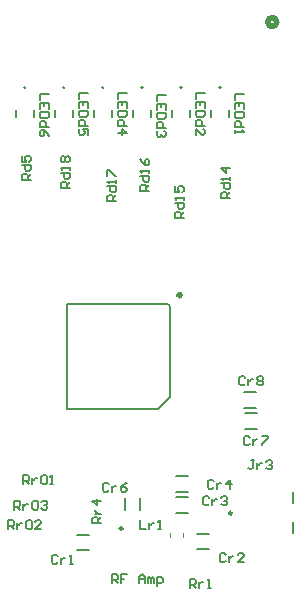
<source format=gto>
G04*
G04 #@! TF.GenerationSoftware,Altium Limited,Altium Designer,24.9.1 (31)*
G04*
G04 Layer_Color=65535*
%FSLAX25Y25*%
%MOIN*%
G70*
G04*
G04 #@! TF.SameCoordinates,E493A569-BD46-4AD9-B400-18CC68C2C09C*
G04*
G04*
G04 #@! TF.FilePolarity,Positive*
G04*
G01*
G75*
%ADD10C,0.00787*%
%ADD11C,0.01000*%
%ADD12C,0.00984*%
%ADD13C,0.02000*%
%ADD14C,0.00600*%
%ADD15C,0.00394*%
%ADD16C,0.00700*%
D10*
X161000Y97000D02*
G03*
X159793Y97500I-1207J-1207D01*
G01*
X126500D02*
X159793D01*
X126500Y62500D02*
Y97500D01*
Y62500D02*
X157000D01*
X161000Y66500D01*
Y97000D01*
X201976Y21130D02*
Y24850D01*
Y31150D02*
Y34870D01*
X146000Y28957D02*
Y32894D01*
X151000Y28957D02*
Y32894D01*
X162902Y33158D02*
X167035D01*
X162881Y27820D02*
X167014D01*
X170031Y20728D02*
X173969D01*
X170031Y15728D02*
X173969D01*
X130032Y20496D02*
X133968D01*
X130032Y15496D02*
X133968D01*
X162933Y40157D02*
X167067D01*
X162912Y34820D02*
X167046D01*
X185486Y68184D02*
X189619D01*
X185465Y62846D02*
X189598D01*
X185954Y61184D02*
X190088D01*
X185933Y55847D02*
X190067D01*
D11*
X164707Y100500D02*
G03*
X164707Y100500I-707J0D01*
G01*
D12*
X181622Y27803D02*
G03*
X181622Y27803I-492J0D01*
G01*
X145142Y22630D02*
G03*
X145142Y22630I-492J0D01*
G01*
D13*
X196500Y191500D02*
G03*
X196500Y191500I-1500J0D01*
G01*
D14*
X112800Y169650D02*
G03*
X112800Y169650I-300J0D01*
G01*
X125800D02*
G03*
X125800Y169650I-300J0D01*
G01*
X138800D02*
G03*
X138800Y169650I-300J0D01*
G01*
X151847D02*
G03*
X151847Y169650I-300J0D01*
G01*
X164847D02*
G03*
X164847Y169650I-300J0D01*
G01*
X177847D02*
G03*
X177847Y169650I-300J0D01*
G01*
X109550Y159861D02*
Y162139D01*
X115450Y159861D02*
Y162139D01*
X122550Y159861D02*
Y162139D01*
X128450Y159861D02*
Y162139D01*
X135550Y159861D02*
Y162139D01*
X141450Y159861D02*
Y162139D01*
X148597Y159861D02*
Y162139D01*
X154497Y159861D02*
Y162139D01*
X161597Y159861D02*
Y162139D01*
X167497Y159861D02*
Y162139D01*
X174597Y159861D02*
Y162139D01*
X180497Y159861D02*
Y162139D01*
D15*
X165205Y19713D02*
Y21287D01*
X160795Y19713D02*
Y21287D01*
D16*
X151001Y25499D02*
Y22501D01*
X153000D01*
X154000Y24500D02*
Y22501D01*
Y23500D01*
X154500Y24000D01*
X155000Y24500D01*
X155500D01*
X156999Y22501D02*
X157999D01*
X157499D01*
Y25499D01*
X156999Y25000D01*
X141503Y4500D02*
Y7499D01*
X143002D01*
X143502Y7000D01*
Y6000D01*
X143002Y5500D01*
X141503D01*
X142502D02*
X143502Y4500D01*
X146501Y7499D02*
X144502D01*
Y6000D01*
X145501D01*
X144502D01*
Y4500D01*
X150500D02*
Y6500D01*
X151499Y7499D01*
X152499Y6500D01*
Y4500D01*
Y6000D01*
X150500D01*
X153499Y4500D02*
Y6500D01*
X153999D01*
X154499Y6000D01*
Y4500D01*
Y6000D01*
X154998Y6500D01*
X155498Y6000D01*
Y4500D01*
X156498Y3501D02*
Y6500D01*
X157997D01*
X158497Y6000D01*
Y5000D01*
X157997Y4500D01*
X156498D01*
X137999Y24501D02*
X135001D01*
Y26001D01*
X135500Y26501D01*
X136500D01*
X137000Y26001D01*
Y24501D01*
Y25501D02*
X137999Y26501D01*
X136000Y27500D02*
X137999D01*
X137000D01*
X136500Y28000D01*
X136000Y28500D01*
Y29000D01*
X137999Y31999D02*
X135001D01*
X136500Y30499D01*
Y32499D01*
X109002Y29000D02*
Y31999D01*
X110501D01*
X111001Y31500D01*
Y30500D01*
X110501Y30000D01*
X109002D01*
X110002D02*
X111001Y29000D01*
X112001Y31000D02*
Y29000D01*
Y30000D01*
X112501Y30500D01*
X113001Y31000D01*
X113500D01*
X115000Y31500D02*
X115500Y31999D01*
X116499D01*
X116999Y31500D01*
Y29500D01*
X116499Y29000D01*
X115500D01*
X115000Y29500D01*
Y31500D01*
X117999D02*
X118499Y31999D01*
X119498D01*
X119998Y31500D01*
Y31000D01*
X119498Y30500D01*
X118999D01*
X119498D01*
X119998Y30000D01*
Y29500D01*
X119498Y29000D01*
X118499D01*
X117999Y29500D01*
X107002Y22501D02*
Y25499D01*
X108501D01*
X109001Y25000D01*
Y24000D01*
X108501Y23500D01*
X107002D01*
X108001D02*
X109001Y22501D01*
X110001Y24500D02*
Y22501D01*
Y23500D01*
X110501Y24000D01*
X111001Y24500D01*
X111500D01*
X113000Y25000D02*
X113500Y25499D01*
X114499D01*
X114999Y25000D01*
Y23000D01*
X114499Y22501D01*
X113500D01*
X113000Y23000D01*
Y25000D01*
X117998Y22501D02*
X115999D01*
X117998Y24500D01*
Y25000D01*
X117498Y25499D01*
X116499D01*
X115999Y25000D01*
X167501Y3001D02*
Y5999D01*
X169001D01*
X169501Y5500D01*
Y4500D01*
X169001Y4000D01*
X167501D01*
X168501D02*
X169501Y3001D01*
X170500Y5000D02*
Y3001D01*
Y4000D01*
X171000Y4500D01*
X171500Y5000D01*
X172000D01*
X173499Y3001D02*
X174499D01*
X173999D01*
Y5999D01*
X173499Y5500D01*
X112002Y37501D02*
Y40499D01*
X113501D01*
X114001Y40000D01*
Y39000D01*
X113501Y38500D01*
X112002D01*
X113001D02*
X114001Y37501D01*
X115001Y39500D02*
Y37501D01*
Y38500D01*
X115500Y39000D01*
X116000Y39500D01*
X116500D01*
X118000Y40000D02*
X118500Y40499D01*
X119499D01*
X119999Y40000D01*
Y38000D01*
X119499Y37501D01*
X118500D01*
X118000Y38000D01*
Y40000D01*
X120999Y37501D02*
X121998D01*
X121499D01*
Y40499D01*
X120999Y40000D01*
X186001Y73000D02*
X185501Y73500D01*
X184501D01*
X184001Y73000D01*
Y71000D01*
X184501Y70500D01*
X185501D01*
X186001Y71000D01*
X187000Y72500D02*
Y70500D01*
Y71500D01*
X187500Y72000D01*
X188000Y72500D01*
X188500D01*
X189999Y73000D02*
X190499Y73500D01*
X191499D01*
X191999Y73000D01*
Y72500D01*
X191499Y72000D01*
X191999Y71500D01*
Y71000D01*
X191499Y70500D01*
X190499D01*
X189999Y71000D01*
Y71500D01*
X190499Y72000D01*
X189999Y72500D01*
Y73000D01*
X190499Y72000D02*
X191499D01*
X187501Y53000D02*
X187001Y53500D01*
X186001D01*
X185501Y53000D01*
Y51000D01*
X186001Y50501D01*
X187001D01*
X187501Y51000D01*
X188500Y52500D02*
Y50501D01*
Y51500D01*
X189000Y52000D01*
X189500Y52500D01*
X190000D01*
X191499Y53500D02*
X193499D01*
Y53000D01*
X191499Y51000D01*
Y50501D01*
X140501Y37500D02*
X140001Y37999D01*
X139001D01*
X138501Y37500D01*
Y35500D01*
X139001Y35001D01*
X140001D01*
X140501Y35500D01*
X141500Y37000D02*
Y35001D01*
Y36000D01*
X142000Y36500D01*
X142500Y37000D01*
X143000D01*
X146499Y37999D02*
X145499Y37500D01*
X144499Y36500D01*
Y35500D01*
X144999Y35001D01*
X145999D01*
X146499Y35500D01*
Y36000D01*
X145999Y36500D01*
X144499D01*
X175501Y38500D02*
X175001Y39000D01*
X174001D01*
X173501Y38500D01*
Y36500D01*
X174001Y36000D01*
X175001D01*
X175501Y36500D01*
X176500Y38000D02*
Y36000D01*
Y37000D01*
X177000Y37500D01*
X177500Y38000D01*
X178000D01*
X180999Y36000D02*
Y39000D01*
X179499Y37500D01*
X181499D01*
X174001Y33000D02*
X173501Y33500D01*
X172501D01*
X172001Y33000D01*
Y31000D01*
X172501Y30501D01*
X173501D01*
X174001Y31000D01*
X175000Y32500D02*
Y30501D01*
Y31500D01*
X175500Y32000D01*
X176000Y32500D01*
X176500D01*
X177999Y33000D02*
X178499Y33500D01*
X179499D01*
X179999Y33000D01*
Y32500D01*
X179499Y32000D01*
X178999D01*
X179499D01*
X179999Y31500D01*
Y31000D01*
X179499Y30501D01*
X178499D01*
X177999Y31000D01*
X179501Y14000D02*
X179001Y14500D01*
X178001D01*
X177501Y14000D01*
Y12000D01*
X178001Y11501D01*
X179001D01*
X179501Y12000D01*
X180500Y13500D02*
Y11501D01*
Y12500D01*
X181000Y13000D01*
X181500Y13500D01*
X182000D01*
X185499Y11501D02*
X183499D01*
X185499Y13500D01*
Y14000D01*
X184999Y14500D01*
X183999D01*
X183499Y14000D01*
X123501Y13500D02*
X123001Y13999D01*
X122001D01*
X121501Y13500D01*
Y11500D01*
X122001Y11000D01*
X123001D01*
X123501Y11500D01*
X124500Y13000D02*
Y11000D01*
Y12000D01*
X125000Y12500D01*
X125500Y13000D01*
X126000D01*
X127499Y11000D02*
X128499D01*
X127999D01*
Y13999D01*
X127499Y13500D01*
X189001Y45500D02*
X188001D01*
X188501D01*
Y43000D01*
X188001Y42500D01*
X187501D01*
X187001Y43000D01*
X190000Y44500D02*
Y42500D01*
Y43500D01*
X190500Y44000D01*
X191000Y44500D01*
X191500D01*
X192999Y45000D02*
X193499Y45500D01*
X194499D01*
X194999Y45000D01*
Y44500D01*
X194499Y44000D01*
X193999D01*
X194499D01*
X194999Y43500D01*
Y43000D01*
X194499Y42500D01*
X193499D01*
X192999Y43000D01*
X127499Y136252D02*
X124501D01*
Y137751D01*
X125000Y138251D01*
X126000D01*
X126500Y137751D01*
Y136252D01*
Y137251D02*
X127499Y138251D01*
X124501Y141250D02*
X127499D01*
Y139751D01*
X127000Y139251D01*
X126000D01*
X125500Y139751D01*
Y141250D01*
X127499Y142250D02*
Y143249D01*
Y142750D01*
X124501D01*
X125000Y142250D01*
Y144749D02*
X124501Y145249D01*
Y146248D01*
X125000Y146748D01*
X125500D01*
X126000Y146248D01*
X126500Y146748D01*
X127000D01*
X127499Y146248D01*
Y145249D01*
X127000Y144749D01*
X126500D01*
X126000Y145249D01*
X125500Y144749D01*
X125000D01*
X126000Y145249D02*
Y146248D01*
X142999Y131752D02*
X140000D01*
Y133251D01*
X140500Y133751D01*
X141500D01*
X142000Y133251D01*
Y131752D01*
Y132751D02*
X142999Y133751D01*
X140000Y136750D02*
X142999D01*
Y135251D01*
X142500Y134751D01*
X141500D01*
X141000Y135251D01*
Y136750D01*
X142999Y137750D02*
Y138749D01*
Y138250D01*
X140000D01*
X140500Y137750D01*
X140000Y140249D02*
Y142248D01*
X140500D01*
X142500Y140249D01*
X142999D01*
X165499Y126252D02*
X162501D01*
Y127751D01*
X163000Y128251D01*
X164000D01*
X164500Y127751D01*
Y126252D01*
Y127251D02*
X165499Y128251D01*
X162501Y131250D02*
X165499D01*
Y129751D01*
X165000Y129251D01*
X164000D01*
X163500Y129751D01*
Y131250D01*
X165499Y132250D02*
Y133249D01*
Y132750D01*
X162501D01*
X163000Y132250D01*
X162501Y136748D02*
Y134749D01*
X164000D01*
X163500Y135749D01*
Y136249D01*
X164000Y136748D01*
X165000D01*
X165499Y136249D01*
Y135249D01*
X165000Y134749D01*
X181000Y132752D02*
X178000D01*
Y134251D01*
X178500Y134751D01*
X179500D01*
X180000Y134251D01*
Y132752D01*
Y133751D02*
X181000Y134751D01*
X178000Y137750D02*
X181000D01*
Y136251D01*
X180500Y135751D01*
X179500D01*
X179000Y136251D01*
Y137750D01*
X181000Y138750D02*
Y139749D01*
Y139250D01*
X178000D01*
X178500Y138750D01*
X181000Y142748D02*
X178000D01*
X179500Y141249D01*
Y143248D01*
X185547Y167498D02*
X182548D01*
Y165499D01*
X185547Y162499D02*
Y164499D01*
X182548D01*
Y162499D01*
X184047Y164499D02*
Y163499D01*
X185547Y161500D02*
X182548D01*
Y160000D01*
X183048Y159501D01*
X185047D01*
X185547Y160000D01*
Y161500D01*
Y156501D02*
X182548D01*
Y158001D01*
X183048Y158501D01*
X184047D01*
X184547Y158001D01*
Y156501D01*
X182548Y155502D02*
Y154502D01*
Y155002D01*
X185547D01*
X185047Y155502D01*
X172547Y167998D02*
X169548D01*
Y165998D01*
X172547Y162999D02*
Y164999D01*
X169548D01*
Y162999D01*
X171047Y164999D02*
Y163999D01*
X172547Y162000D02*
X169548D01*
Y160500D01*
X170048Y160000D01*
X172047D01*
X172547Y160500D01*
Y162000D01*
Y157001D02*
X169548D01*
Y158501D01*
X170048Y159001D01*
X171047D01*
X171547Y158501D01*
Y157001D01*
X169548Y154002D02*
Y156002D01*
X171547Y154002D01*
X172047D01*
X172547Y154502D01*
Y155502D01*
X172047Y156002D01*
X159547Y167348D02*
X156548D01*
Y165348D01*
X159547Y162349D02*
Y164349D01*
X156548D01*
Y162349D01*
X158047Y164349D02*
Y163349D01*
X159547Y161350D02*
X156548D01*
Y159850D01*
X157048Y159350D01*
X159047D01*
X159547Y159850D01*
Y161350D01*
Y156351D02*
X156548D01*
Y157851D01*
X157048Y158351D01*
X158047D01*
X158547Y157851D01*
Y156351D01*
X159047Y155352D02*
X159547Y154852D01*
Y153852D01*
X159047Y153352D01*
X158547D01*
X158047Y153852D01*
Y154352D01*
Y153852D01*
X157547Y153352D01*
X157048D01*
X156548Y153852D01*
Y154852D01*
X157048Y155352D01*
X146500Y167998D02*
X143500D01*
Y165998D01*
X146500Y162999D02*
Y164999D01*
X143500D01*
Y162999D01*
X145000Y164999D02*
Y163999D01*
X146500Y162000D02*
X143500D01*
Y160500D01*
X144000Y160000D01*
X146000D01*
X146500Y160500D01*
Y162000D01*
Y157001D02*
X143500D01*
Y158501D01*
X144000Y159001D01*
X145000D01*
X145500Y158501D01*
Y157001D01*
X143500Y154502D02*
X146500D01*
X145000Y156002D01*
Y154002D01*
X114499Y139001D02*
X111501D01*
Y140501D01*
X112000Y141001D01*
X113000D01*
X113500Y140501D01*
Y139001D01*
Y140001D02*
X114499Y141001D01*
X111501Y144000D02*
X114499D01*
Y142500D01*
X114000Y142000D01*
X113000D01*
X112500Y142500D01*
Y144000D01*
X111501Y146999D02*
Y144999D01*
X113000D01*
X112500Y145999D01*
Y146499D01*
X113000Y146999D01*
X114000D01*
X114499Y146499D01*
Y145499D01*
X114000Y144999D01*
X153999Y135252D02*
X151000D01*
Y136751D01*
X151500Y137251D01*
X152500D01*
X153000Y136751D01*
Y135252D01*
Y136251D02*
X153999Y137251D01*
X151000Y140250D02*
X153999D01*
Y138751D01*
X153500Y138251D01*
X152500D01*
X152000Y138751D01*
Y140250D01*
X153999Y141250D02*
Y142250D01*
Y141750D01*
X151000D01*
X151500Y141250D01*
X151000Y145748D02*
X151500Y144749D01*
X152500Y143749D01*
X153500D01*
X153999Y144249D01*
Y145248D01*
X153500Y145748D01*
X153000D01*
X152500Y145248D01*
Y143749D01*
X120500Y167498D02*
X117500D01*
Y165498D01*
X120500Y162499D02*
Y164499D01*
X117500D01*
Y162499D01*
X119000Y164499D02*
Y163499D01*
X120500Y161500D02*
X117500D01*
Y160000D01*
X118000Y159500D01*
X120000D01*
X120500Y160000D01*
Y161500D01*
Y156501D02*
X117500D01*
Y158001D01*
X118000Y158501D01*
X119000D01*
X119500Y158001D01*
Y156501D01*
X120500Y153502D02*
X120000Y154502D01*
X119000Y155502D01*
X118000D01*
X117500Y155002D01*
Y154002D01*
X118000Y153502D01*
X118500D01*
X119000Y154002D01*
Y155502D01*
X133500Y167998D02*
X130500D01*
Y165998D01*
X133500Y162999D02*
Y164999D01*
X130500D01*
Y162999D01*
X132000Y164999D02*
Y163999D01*
X133500Y162000D02*
X130500D01*
Y160500D01*
X131000Y160000D01*
X133000D01*
X133500Y160500D01*
Y162000D01*
Y157001D02*
X130500D01*
Y158501D01*
X131000Y159001D01*
X132000D01*
X132500Y158501D01*
Y157001D01*
X133500Y154002D02*
Y156002D01*
X132000D01*
X132500Y155002D01*
Y154502D01*
X132000Y154002D01*
X131000D01*
X130500Y154502D01*
Y155502D01*
X131000Y156002D01*
M02*

</source>
